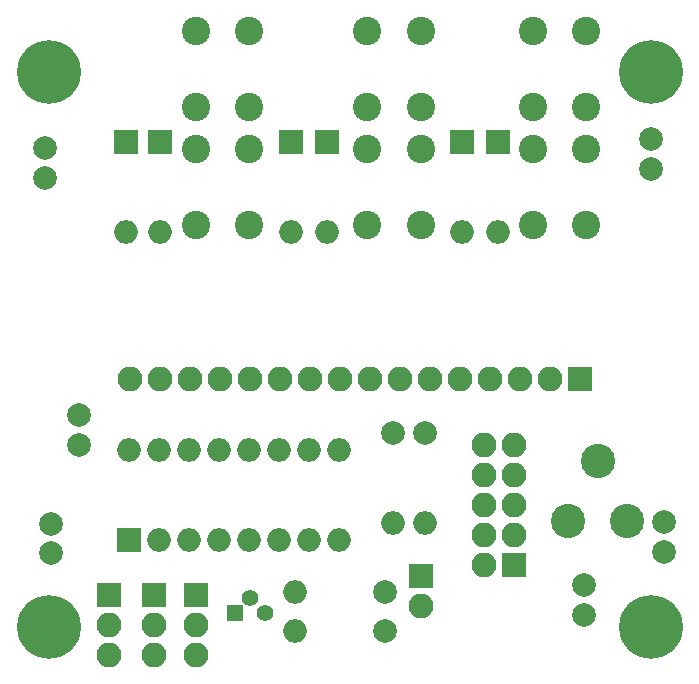
<source format=gbr>
G04 #@! TF.FileFunction,Soldermask,Bot*
%FSLAX46Y46*%
G04 Gerber Fmt 4.6, Leading zero omitted, Abs format (unit mm)*
G04 Created by KiCad (PCBNEW 4.0.7) date 08/15/19 00:47:01*
%MOMM*%
%LPD*%
G01*
G04 APERTURE LIST*
%ADD10C,0.100000*%
%ADD11C,2.000000*%
%ADD12R,2.000000X2.000000*%
%ADD13O,2.000000X2.000000*%
%ADD14R,2.100000X2.100000*%
%ADD15O,2.100000X2.100000*%
%ADD16C,1.400000*%
%ADD17R,1.400000X1.400000*%
%ADD18C,2.900000*%
%ADD19C,2.400000*%
%ADD20C,5.400000*%
G04 APERTURE END LIST*
D10*
D11*
X117538500Y-70548500D03*
X117538500Y-68048500D03*
D12*
X149987000Y-44958000D03*
D13*
X149987000Y-52578000D03*
D12*
X153035000Y-44958000D03*
D13*
X153035000Y-52578000D03*
D12*
X138557000Y-44958000D03*
D13*
X138557000Y-52578000D03*
D12*
X135509000Y-44958000D03*
D13*
X135509000Y-52578000D03*
D12*
X124460000Y-44958000D03*
D13*
X124460000Y-52578000D03*
D12*
X121539000Y-44958000D03*
D13*
X121539000Y-52578000D03*
D14*
X154432000Y-80772000D03*
D15*
X151892000Y-80772000D03*
X154432000Y-78232000D03*
X151892000Y-78232000D03*
X154432000Y-75692000D03*
X151892000Y-75692000D03*
X154432000Y-73152000D03*
X151892000Y-73152000D03*
X154432000Y-70612000D03*
X151892000Y-70612000D03*
D16*
X132080000Y-83566000D03*
X133350000Y-84836000D03*
D17*
X130810000Y-84836000D03*
D11*
X144145000Y-69557900D03*
D13*
X144145000Y-77177900D03*
D11*
X146850100Y-69570600D03*
D13*
X146850100Y-77190600D03*
D11*
X143510000Y-83058000D03*
D13*
X135890000Y-83058000D03*
D11*
X143510000Y-86360000D03*
D13*
X135890000Y-86360000D03*
D18*
X161500000Y-71960000D03*
X164000000Y-77000000D03*
X159000000Y-77000000D03*
D19*
X132000000Y-45500000D03*
X127500000Y-45500000D03*
X132000000Y-52000000D03*
X127500000Y-52000000D03*
X132000000Y-35500000D03*
X127500000Y-35500000D03*
X132000000Y-42000000D03*
X127500000Y-42000000D03*
X146500000Y-45500000D03*
X142000000Y-45500000D03*
X146500000Y-52000000D03*
X142000000Y-52000000D03*
X146500000Y-35500000D03*
X142000000Y-35500000D03*
X146500000Y-42000000D03*
X142000000Y-42000000D03*
X160500000Y-45500000D03*
X156000000Y-45500000D03*
X160500000Y-52000000D03*
X156000000Y-52000000D03*
X160500000Y-35500000D03*
X156000000Y-35500000D03*
X160500000Y-42000000D03*
X156000000Y-42000000D03*
D12*
X121793000Y-78613000D03*
D13*
X139573000Y-70993000D03*
X124333000Y-78613000D03*
X137033000Y-70993000D03*
X126873000Y-78613000D03*
X134493000Y-70993000D03*
X129413000Y-78613000D03*
X131953000Y-70993000D03*
X131953000Y-78613000D03*
X129413000Y-70993000D03*
X134493000Y-78613000D03*
X126873000Y-70993000D03*
X137033000Y-78613000D03*
X124333000Y-70993000D03*
X139573000Y-78613000D03*
X121793000Y-70993000D03*
D14*
X160020000Y-65024000D03*
D15*
X157480000Y-65024000D03*
X154940000Y-65024000D03*
X152400000Y-65024000D03*
X149860000Y-65024000D03*
X147320000Y-65024000D03*
X144780000Y-65024000D03*
X142240000Y-65024000D03*
X139700000Y-65024000D03*
X137160000Y-65024000D03*
X134620000Y-65024000D03*
X132080000Y-65024000D03*
X129540000Y-65024000D03*
X127000000Y-65024000D03*
X124460000Y-65024000D03*
X121920000Y-65024000D03*
D20*
X115000000Y-39000000D03*
X166000000Y-39000000D03*
X166000000Y-86000000D03*
X115000000Y-86000000D03*
D14*
X146558000Y-81661000D03*
D15*
X146558000Y-84201000D03*
D11*
X114681000Y-45466000D03*
X114681000Y-47966000D03*
X165989000Y-44704000D03*
X165989000Y-47204000D03*
X167132000Y-79629000D03*
X167132000Y-77129000D03*
X115189000Y-79756000D03*
X115189000Y-77256000D03*
X160337500Y-84963000D03*
X160337500Y-82463000D03*
D14*
X120142000Y-83312000D03*
D15*
X120142000Y-85852000D03*
X120142000Y-88392000D03*
D14*
X123952000Y-83312000D03*
D15*
X123952000Y-85852000D03*
X123952000Y-88392000D03*
D14*
X127508000Y-83312000D03*
D15*
X127508000Y-85852000D03*
X127508000Y-88392000D03*
M02*

</source>
